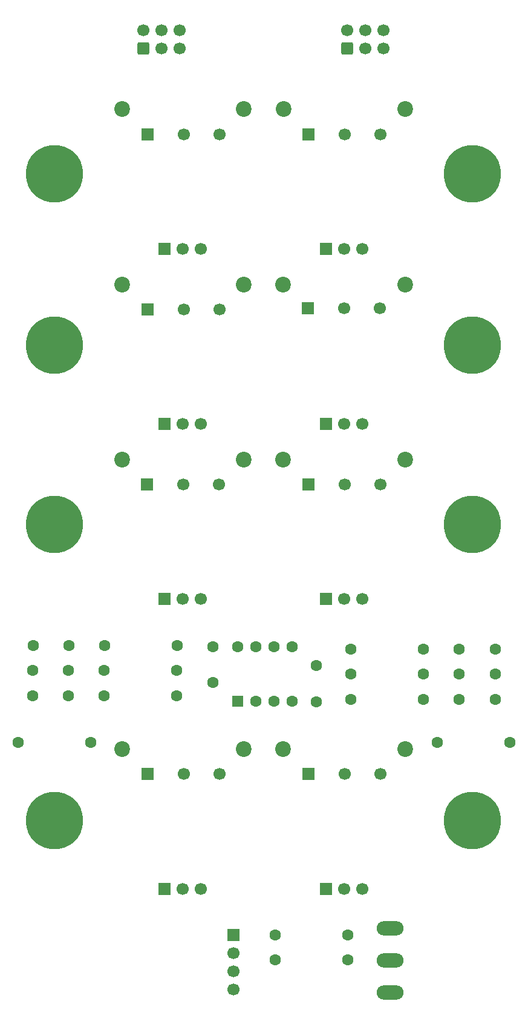
<source format=gbr>
%TF.GenerationSoftware,KiCad,Pcbnew,9.0.6*%
%TF.CreationDate,2026-01-10T14:09:45+11:00*%
%TF.ProjectId,audio-mixer,61756469-6f2d-46d6-9978-65722e6b6963,rev?*%
%TF.SameCoordinates,Original*%
%TF.FileFunction,Soldermask,Bot*%
%TF.FilePolarity,Negative*%
%FSLAX46Y46*%
G04 Gerber Fmt 4.6, Leading zero omitted, Abs format (unit mm)*
G04 Created by KiCad (PCBNEW 9.0.6) date 2026-01-10 14:09:45*
%MOMM*%
%LPD*%
G01*
G04 APERTURE LIST*
G04 Aperture macros list*
%AMRoundRect*
0 Rectangle with rounded corners*
0 $1 Rounding radius*
0 $2 $3 $4 $5 $6 $7 $8 $9 X,Y pos of 4 corners*
0 Add a 4 corners polygon primitive as box body*
4,1,4,$2,$3,$4,$5,$6,$7,$8,$9,$2,$3,0*
0 Add four circle primitives for the rounded corners*
1,1,$1+$1,$2,$3*
1,1,$1+$1,$4,$5*
1,1,$1+$1,$6,$7*
1,1,$1+$1,$8,$9*
0 Add four rect primitives between the rounded corners*
20,1,$1+$1,$2,$3,$4,$5,0*
20,1,$1+$1,$4,$5,$6,$7,0*
20,1,$1+$1,$6,$7,$8,$9,0*
20,1,$1+$1,$8,$9,$2,$3,0*%
G04 Aperture macros list end*
%ADD10RoundRect,0.250000X0.600000X-0.600000X0.600000X0.600000X-0.600000X0.600000X-0.600000X-0.600000X0*%
%ADD11C,1.700000*%
%ADD12C,1.600000*%
%ADD13O,3.750000X2.000000*%
%ADD14R,1.700000X1.700000*%
%ADD15C,8.000000*%
%ADD16RoundRect,0.250000X0.550000X-0.550000X0.550000X0.550000X-0.550000X0.550000X-0.550000X-0.550000X0*%
%ADD17C,2.200000*%
G04 APERTURE END LIST*
D10*
%TO.C,J19*%
X78960000Y-29500000D03*
D11*
X78960000Y-26960000D03*
X81500000Y-29500000D03*
X81500000Y-26960000D03*
X84040000Y-29500000D03*
X84040000Y-26960000D03*
%TD*%
D12*
%TO.C,R6*%
X89660000Y-120500000D03*
X79500000Y-120500000D03*
%TD*%
%TO.C,C8*%
X74607351Y-115825471D03*
X74607351Y-120825471D03*
%TD*%
D13*
%TO.C,SW1*%
X85000000Y-161500000D03*
X85000000Y-157000000D03*
X85000000Y-152500000D03*
%TD*%
D14*
%TO.C,J2*%
X51000000Y-41500000D03*
D11*
X56080000Y-41500000D03*
X61080000Y-41500000D03*
%TD*%
D12*
%TO.C,C2*%
X34920000Y-116500000D03*
X39920000Y-116500000D03*
%TD*%
%TO.C,C3*%
X34920000Y-120000000D03*
X39920000Y-120000000D03*
%TD*%
%TO.C,C1*%
X35000000Y-113000000D03*
X40000000Y-113000000D03*
%TD*%
D15*
%TO.C,J3*%
X38000000Y-71024938D03*
%TD*%
D14*
%TO.C,J10*%
X73460000Y-65800000D03*
D11*
X78540000Y-65800000D03*
X83540000Y-65800000D03*
%TD*%
%TO.C,J17*%
X63000000Y-156015062D03*
X63000000Y-158555062D03*
X63000000Y-161095062D03*
D14*
X63000000Y-153475062D03*
%TD*%
D15*
%TO.C,J1*%
X38000000Y-47024938D03*
%TD*%
D12*
%TO.C,C7*%
X60183474Y-118160768D03*
X60183474Y-113160768D03*
%TD*%
%TO.C,R2*%
X44920000Y-116500000D03*
X55080000Y-116500000D03*
%TD*%
%TO.C,R10*%
X79000000Y-156975062D03*
X68840000Y-156975062D03*
%TD*%
D14*
%TO.C,J6*%
X50960000Y-90500000D03*
D11*
X56040000Y-90500000D03*
X61040000Y-90500000D03*
%TD*%
D15*
%TO.C,J14*%
X38000000Y-137500000D03*
%TD*%
D16*
%TO.C,U1*%
X63610000Y-120810000D03*
D12*
X66150000Y-120810000D03*
X68690000Y-120810000D03*
X71230000Y-120810000D03*
X71230000Y-113190000D03*
X68690000Y-113190000D03*
X66150000Y-113190000D03*
X63610000Y-113190000D03*
%TD*%
D15*
%TO.C,J9*%
X96500000Y-71024938D03*
%TD*%
D14*
%TO.C,J8*%
X73500000Y-41500000D03*
D11*
X78580000Y-41500000D03*
X83580000Y-41500000D03*
%TD*%
D12*
%TO.C,C6*%
X99660000Y-120500000D03*
X94660000Y-120500000D03*
%TD*%
D17*
%TO.C,RV4*%
X70040000Y-38000000D03*
X87090000Y-38000000D03*
D14*
X76000000Y-57500000D03*
D11*
X78540000Y-57500000D03*
X81080000Y-57500000D03*
%TD*%
D14*
%TO.C,J4*%
X51000000Y-66000000D03*
D11*
X56080000Y-66000000D03*
X61080000Y-66000000D03*
%TD*%
D12*
%TO.C,C5*%
X99660000Y-117000000D03*
X94660000Y-117000000D03*
%TD*%
D15*
%TO.C,J5*%
X38000000Y-96024938D03*
%TD*%
D12*
%TO.C,R9*%
X79000000Y-153475062D03*
X68840000Y-153475062D03*
%TD*%
D17*
%TO.C,RV3*%
X47450000Y-87000000D03*
X64500000Y-87000000D03*
D14*
X53410000Y-106500000D03*
D11*
X55950000Y-106500000D03*
X58490000Y-106500000D03*
%TD*%
D17*
%TO.C,RV7*%
X47450000Y-127500000D03*
X64500000Y-127500000D03*
D14*
X53410000Y-147000000D03*
D11*
X55950000Y-147000000D03*
X58490000Y-147000000D03*
%TD*%
D17*
%TO.C,RV6*%
X70000000Y-87000000D03*
X87050000Y-87000000D03*
D14*
X75960000Y-106500000D03*
D11*
X78500000Y-106500000D03*
X81040000Y-106500000D03*
%TD*%
D14*
%TO.C,J13*%
X51000000Y-130975062D03*
D11*
X56080000Y-130975062D03*
X61080000Y-130975062D03*
%TD*%
D12*
%TO.C,R3*%
X44920000Y-120000000D03*
X55080000Y-120000000D03*
%TD*%
%TO.C,R5*%
X89660000Y-117000000D03*
X79500000Y-117000000D03*
%TD*%
D10*
%TO.C,J18*%
X50460000Y-29540000D03*
D11*
X50460000Y-27000000D03*
X53000000Y-29540000D03*
X53000000Y-27000000D03*
X55540000Y-29540000D03*
X55540000Y-27000000D03*
%TD*%
D14*
%TO.C,J12*%
X73500000Y-90500000D03*
D11*
X78580000Y-90500000D03*
X83580000Y-90500000D03*
%TD*%
D12*
%TO.C,R7*%
X43080000Y-126500000D03*
X32920000Y-126500000D03*
%TD*%
D15*
%TO.C,J11*%
X96500000Y-96024938D03*
%TD*%
%TO.C,J16*%
X96500000Y-137500000D03*
%TD*%
%TO.C,J7*%
X96500000Y-47000000D03*
%TD*%
D12*
%TO.C,C4*%
X99660000Y-113500000D03*
X94660000Y-113500000D03*
%TD*%
D14*
%TO.C,J15*%
X73500000Y-130975062D03*
D11*
X78580000Y-130975062D03*
X83580000Y-130975062D03*
%TD*%
D17*
%TO.C,RV1*%
X47460000Y-38000000D03*
X64510000Y-38000000D03*
D14*
X53420000Y-57500000D03*
D11*
X55960000Y-57500000D03*
X58500000Y-57500000D03*
%TD*%
D17*
%TO.C,RV5*%
X70000000Y-62500000D03*
X87050000Y-62500000D03*
D14*
X75960000Y-82000000D03*
D11*
X78500000Y-82000000D03*
X81040000Y-82000000D03*
%TD*%
D12*
%TO.C,R1*%
X45000000Y-113000000D03*
X55160000Y-113000000D03*
%TD*%
D17*
%TO.C,RV2*%
X47450000Y-62500000D03*
X64500000Y-62500000D03*
D14*
X53410000Y-82000000D03*
D11*
X55950000Y-82000000D03*
X58490000Y-82000000D03*
%TD*%
D12*
%TO.C,R8*%
X91580000Y-126500000D03*
X101740000Y-126500000D03*
%TD*%
D17*
%TO.C,RV8*%
X70000000Y-127500000D03*
X87050000Y-127500000D03*
D14*
X75960000Y-147000000D03*
D11*
X78500000Y-147000000D03*
X81040000Y-147000000D03*
%TD*%
D12*
%TO.C,R4*%
X89660000Y-113500000D03*
X79500000Y-113500000D03*
%TD*%
M02*

</source>
